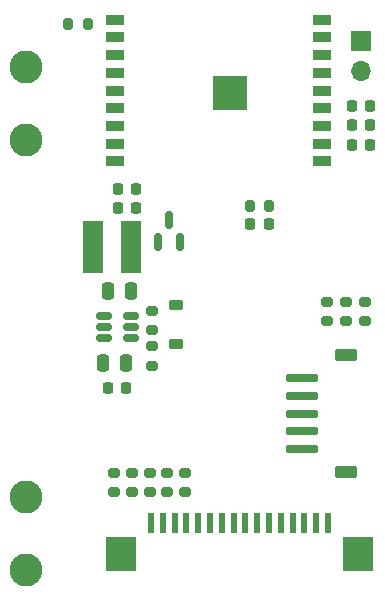
<source format=gbr>
%TF.GenerationSoftware,KiCad,Pcbnew,9.0.0-1.fc40*%
%TF.CreationDate,2025-03-21T22:07:15+01:00*%
%TF.ProjectId,airMouse-mcu,6169724d-6f75-4736-952d-6d63752e6b69,v1.0*%
%TF.SameCoordinates,Original*%
%TF.FileFunction,Soldermask,Top*%
%TF.FilePolarity,Negative*%
%FSLAX46Y46*%
G04 Gerber Fmt 4.6, Leading zero omitted, Abs format (unit mm)*
G04 Created by KiCad (PCBNEW 9.0.0-1.fc40) date 2025-03-21 22:07:15*
%MOMM*%
%LPD*%
G01*
G04 APERTURE LIST*
G04 Aperture macros list*
%AMRoundRect*
0 Rectangle with rounded corners*
0 $1 Rounding radius*
0 $2 $3 $4 $5 $6 $7 $8 $9 X,Y pos of 4 corners*
0 Add a 4 corners polygon primitive as box body*
4,1,4,$2,$3,$4,$5,$6,$7,$8,$9,$2,$3,0*
0 Add four circle primitives for the rounded corners*
1,1,$1+$1,$2,$3*
1,1,$1+$1,$4,$5*
1,1,$1+$1,$6,$7*
1,1,$1+$1,$8,$9*
0 Add four rect primitives between the rounded corners*
20,1,$1+$1,$2,$3,$4,$5,0*
20,1,$1+$1,$4,$5,$6,$7,0*
20,1,$1+$1,$6,$7,$8,$9,0*
20,1,$1+$1,$8,$9,$2,$3,0*%
G04 Aperture macros list end*
%ADD10RoundRect,0.218750X-0.218750X-0.256250X0.218750X-0.256250X0.218750X0.256250X-0.218750X0.256250X0*%
%ADD11C,2.800000*%
%ADD12R,1.500000X0.900000*%
%ADD13C,0.600000*%
%ADD14R,2.900000X2.900000*%
%ADD15RoundRect,0.250000X0.250000X0.475000X-0.250000X0.475000X-0.250000X-0.475000X0.250000X-0.475000X0*%
%ADD16RoundRect,0.200000X-0.200000X-0.275000X0.200000X-0.275000X0.200000X0.275000X-0.200000X0.275000X0*%
%ADD17R,1.750000X4.500000*%
%ADD18RoundRect,0.225000X0.225000X0.250000X-0.225000X0.250000X-0.225000X-0.250000X0.225000X-0.250000X0*%
%ADD19RoundRect,0.200000X-0.275000X0.200000X-0.275000X-0.200000X0.275000X-0.200000X0.275000X0.200000X0*%
%ADD20R,0.600000X1.800000*%
%ADD21R,2.500000X3.000000*%
%ADD22RoundRect,0.150000X0.150000X-0.587500X0.150000X0.587500X-0.150000X0.587500X-0.150000X-0.587500X0*%
%ADD23RoundRect,0.225000X0.375000X-0.225000X0.375000X0.225000X-0.375000X0.225000X-0.375000X-0.225000X0*%
%ADD24RoundRect,0.200000X0.200000X0.275000X-0.200000X0.275000X-0.200000X-0.275000X0.200000X-0.275000X0*%
%ADD25RoundRect,0.150000X-0.512500X-0.150000X0.512500X-0.150000X0.512500X0.150000X-0.512500X0.150000X0*%
%ADD26RoundRect,0.200000X0.275000X-0.200000X0.275000X0.200000X-0.275000X0.200000X-0.275000X-0.200000X0*%
%ADD27R,1.700000X1.700000*%
%ADD28O,1.700000X1.700000*%
%ADD29RoundRect,0.175000X1.175000X-0.175000X1.175000X0.175000X-1.175000X0.175000X-1.175000X-0.175000X0*%
%ADD30RoundRect,0.250000X0.700000X-0.300000X0.700000X0.300000X-0.700000X0.300000X-0.700000X-0.300000X0*%
G04 APERTURE END LIST*
D10*
%TO.C,D3*%
X167187500Y-88400000D03*
X165612500Y-88400000D03*
%TD*%
%TO.C,D4*%
X167187500Y-86750000D03*
X165612500Y-86750000D03*
%TD*%
%TO.C,D2*%
X167187500Y-85100000D03*
X165612500Y-85100000D03*
%TD*%
D11*
%TO.C,BT1*%
X138000000Y-124400000D03*
X138000000Y-118200000D03*
X138000000Y-88000000D03*
X138000000Y-81800000D03*
%TD*%
D12*
%TO.C,U5*%
X145600000Y-77800000D03*
X145600000Y-79300000D03*
X145600000Y-80800000D03*
X145600000Y-82300000D03*
X145600000Y-83800000D03*
X145600000Y-85300000D03*
X145600000Y-86800000D03*
X145600000Y-88300000D03*
X145600000Y-89800000D03*
X163100000Y-89800000D03*
X163100000Y-88300000D03*
X163100000Y-86800000D03*
X163100000Y-85300000D03*
X163100000Y-83800000D03*
X163100000Y-82300000D03*
X163100000Y-80800000D03*
X163100000Y-79300000D03*
X163100000Y-77800000D03*
D13*
X154210000Y-83450000D03*
X154210000Y-84550000D03*
X154760000Y-82900000D03*
X154760000Y-84000000D03*
X154760000Y-85100000D03*
X155310000Y-83450000D03*
D14*
X155310000Y-84000000D03*
D13*
X155310000Y-84550000D03*
X155860000Y-82900000D03*
X155860000Y-84000000D03*
X155860000Y-85100000D03*
X156410000Y-83450000D03*
X156410000Y-84550000D03*
%TD*%
D15*
%TO.C,C7*%
X146462500Y-106850000D03*
X144562500Y-106850000D03*
%TD*%
D16*
%TO.C,R55*%
X141600000Y-78200000D03*
X143250000Y-78200000D03*
%TD*%
D17*
%TO.C,L1*%
X146937500Y-97050000D03*
X143687500Y-97050000D03*
%TD*%
D18*
%TO.C,C1*%
X147362500Y-92150000D03*
X145812500Y-92150000D03*
%TD*%
D19*
%TO.C,R15*%
X166750000Y-101675000D03*
X166750000Y-103325000D03*
%TD*%
D18*
%TO.C,C3*%
X147362500Y-93750000D03*
X145812500Y-93750000D03*
%TD*%
%TO.C,C13*%
X158575000Y-95100000D03*
X157025000Y-95100000D03*
%TD*%
D20*
%TO.C,J4*%
X148600000Y-120400000D03*
X149600000Y-120400000D03*
X150600000Y-120400000D03*
X151600000Y-120400000D03*
X152600000Y-120400000D03*
X153600000Y-120400000D03*
X154600000Y-120400000D03*
X155600000Y-120400000D03*
X156600000Y-120400000D03*
X157600000Y-120400000D03*
X158600000Y-120400000D03*
X159600000Y-120400000D03*
X160600000Y-120400000D03*
X161600000Y-120400000D03*
X162600000Y-120400000D03*
X163600000Y-120400000D03*
D21*
X146100000Y-123000000D03*
X166100000Y-123000000D03*
%TD*%
D19*
%TO.C,R22*%
X148500000Y-116175000D03*
X148500000Y-117825000D03*
%TD*%
D22*
%TO.C,Q1*%
X149162500Y-96650000D03*
X151062500Y-96650000D03*
X150112500Y-94775000D03*
%TD*%
D19*
%TO.C,R16*%
X165150000Y-101675000D03*
X165150000Y-103325000D03*
%TD*%
%TO.C,R14*%
X163550000Y-101675000D03*
X163550000Y-103325000D03*
%TD*%
D23*
%TO.C,D1*%
X150712500Y-105250000D03*
X150712500Y-101950000D03*
%TD*%
D24*
%TO.C,R10*%
X158625000Y-93600000D03*
X156975000Y-93600000D03*
%TD*%
D25*
%TO.C,U2*%
X144612500Y-102850000D03*
X144612500Y-103800000D03*
X144612500Y-104750000D03*
X146887500Y-104750000D03*
X146887500Y-103800000D03*
X146887500Y-102850000D03*
%TD*%
D19*
%TO.C,R21*%
X150000000Y-116175000D03*
X150000000Y-117825000D03*
%TD*%
%TO.C,R23*%
X147000000Y-116175000D03*
X147000000Y-117825000D03*
%TD*%
D26*
%TO.C,R5*%
X148712500Y-107075000D03*
X148712500Y-105425000D03*
%TD*%
%TO.C,R6*%
X148712500Y-104075000D03*
X148712500Y-102425000D03*
%TD*%
D27*
%TO.C,LD1*%
X166400000Y-79600000D03*
D28*
X166400000Y-82140000D03*
%TD*%
D19*
%TO.C,R20*%
X151500000Y-116175000D03*
X151500000Y-117825000D03*
%TD*%
D15*
%TO.C,C2*%
X146900000Y-100800000D03*
X145000000Y-100800000D03*
%TD*%
D29*
%TO.C,J1*%
X161400000Y-114150000D03*
X161400000Y-112650000D03*
X161400000Y-111150000D03*
X161400000Y-109650000D03*
X161400000Y-108150000D03*
D30*
X165100000Y-116100000D03*
X165100000Y-106200000D03*
%TD*%
D19*
%TO.C,R24*%
X145500000Y-116175000D03*
X145500000Y-117825000D03*
%TD*%
D18*
%TO.C,C6*%
X146487500Y-108950000D03*
X144937500Y-108950000D03*
%TD*%
M02*

</source>
